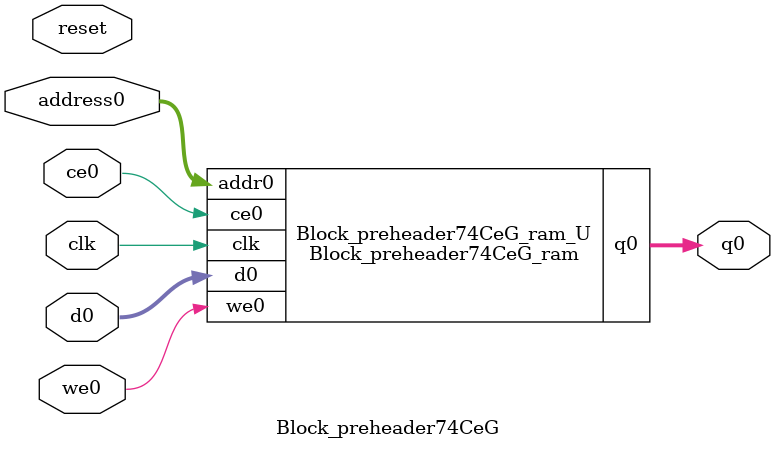
<source format=v>
`timescale 1 ns / 1 ps
module Block_preheader74CeG_ram (addr0, ce0, d0, we0, q0,  clk);

parameter DWIDTH = 5;
parameter AWIDTH = 12;
parameter MEM_SIZE = 2592;

input[AWIDTH-1:0] addr0;
input ce0;
input[DWIDTH-1:0] d0;
input we0;
output reg[DWIDTH-1:0] q0;
input clk;

(* ram_style = "block" *)reg [DWIDTH-1:0] ram[0:MEM_SIZE-1];




always @(posedge clk)  
begin 
    if (ce0) begin
        if (we0) 
            ram[addr0] <= d0; 
        q0 <= ram[addr0];
    end
end


endmodule

`timescale 1 ns / 1 ps
module Block_preheader74CeG(
    reset,
    clk,
    address0,
    ce0,
    we0,
    d0,
    q0);

parameter DataWidth = 32'd5;
parameter AddressRange = 32'd2592;
parameter AddressWidth = 32'd12;
input reset;
input clk;
input[AddressWidth - 1:0] address0;
input ce0;
input we0;
input[DataWidth - 1:0] d0;
output[DataWidth - 1:0] q0;



Block_preheader74CeG_ram Block_preheader74CeG_ram_U(
    .clk( clk ),
    .addr0( address0 ),
    .ce0( ce0 ),
    .we0( we0 ),
    .d0( d0 ),
    .q0( q0 ));

endmodule


</source>
